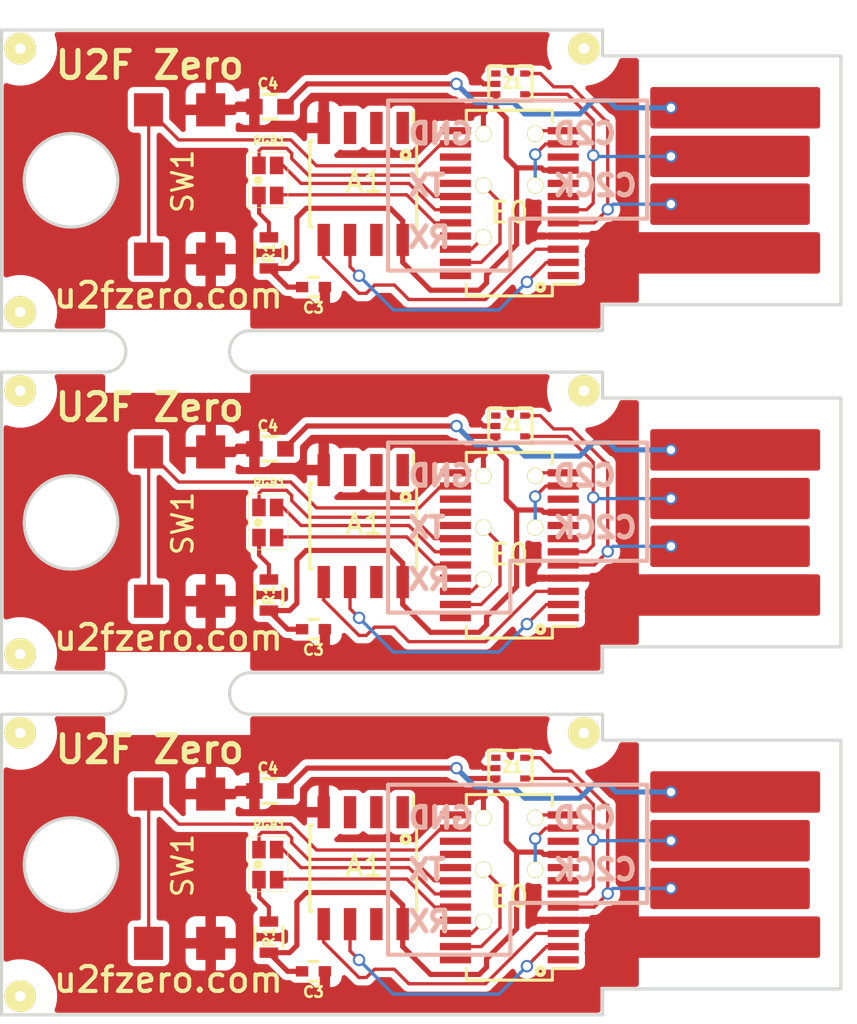
<source format=kicad_pcb>
(kicad_pcb (version 20221018) (generator pcbnew)
  (layers (0 "F.Cu" signal) (31 "B.Cu" signal) (34 "B.Paste" user) (35 "F.Paste" user) (36 "B.SilkS" user "B.Silkscreen") (37 "F.SilkS" user "F.Silkscreen") (38 "B.Mask" user) (39 "F.Mask" user) (44 "Edge.Cuts" user))
  (net 0 "")
  (net 1 "/+5V")
  (net 2 "Net-(A1-Pad7)")
  (net 3 "Net-(A1-Pad6)")
  (net 4 "Net-(A1-Pad5)")
  (net 5 "GND")
  (net 6 "Net-(A1-Pad3)")
  (net 7 "Net-(A1-Pad2)")
  (net 8 "Net-(A1-Pad1)")
  (net 9 "/HD+")
  (net 10 "/HD-")
  (net 11 "Net-(R1-Pad2)")
  (net 12 "Net-(Z1-Pad1)")
  (net 13 "/C2CK")
  (net 14 "/C2D")
  (net 15 "/RX")
  (net 16 "/TX")
  (net 17 "Net-(E0-Pad1)")
  (net 18 "Net-(E0-Pad10)")
  (net 19 "Net-(E0-Pad13)")
  (net 20 "Net-(E0-Pad15)")
  (net 21 "Net-(E0-Pad16)")
  (net 22 "Net-(E0-Pad17)")
  (net 23 "Net-(E0-Pad18)")
  (net 24 "Net-(E0-Pad19)")
  (net 25 "Net-(E0-Pad20)")
  (net 26 "Net-(E0-Pad21)")
  (net 27 "Net-(E0-Pad24)")
  (net 28 "Net-(E0-Pad7)")
  (footprint "Capacitors_SMD:C_0402" (layer "F.Cu") (at 135.05 83.4)
    (fp_text reference "C3")
    (fp_text value "0.1uF")
  )
  (footprint "Capacitors_SMD:C_0603" (layer "F.Cu") (at 132.95 74.7)
    (fp_text reference "C4")
    (fp_text value "4.7uF")
  )
  (footprint "Resistors_SMD:R_0603" (layer "F.Cu") (at 132.9 81.75 90)
    (fp_text reference "R1")
    (fp_text value "100")
  )
  (footprint "TO_SOT_Packages_SMD:SOT-553" (layer "F.Cu") (at 144.55 73.6)
    (fp_text reference "Z1")
    (fp_text value "DF5A5.6JE")
  )
  (footprint "Housings_SOIC:SOIC-8_3.9x4.9mm_Pitch1.27mm" (layer "F.Cu") (at 137.45 78.425 -90)
    (fp_text reference "A1")
    (fp_text value "ATECC508A")
  )
  (footprint "footprints:debug" (layer "F.Cu") (at 145.75 78.5)
    (fp_text reference "C2CK1" hide)
    (fp_text value "debug-pin")
  )
  (footprint "footprints:debug" (layer "F.Cu") (at 145.75 76)
    (fp_text reference "C2D1" hide)
    (fp_text value "debug-pin")
  )
  (footprint "footprints:debug" (layer "F.Cu") (at 143.25 81)
    (fp_text reference "RX1" hide)
    (fp_text value "debug-pin")
  )
  (footprint "footprints:debug" (layer "F.Cu") (at 143.25 78.5)
    (fp_text reference "TX1" hide)
    (fp_text value "debug-pin")
  )
  (footprint "footprints:debug" (layer "F.Cu") (at 143.25 76)
    (fp_text reference "GND1" hide)
    (fp_text value "debug-pin")
  )
  (footprint "footprints:QSOP-24_3.9x8.7mm_Pitch0.635mm_fat" (layer "F.Cu") (at 144.5 79.35 180)
    (fp_text reference "E0")
    (fp_text value "EFM8UB1_24pin")
  )
  (footprint "footprints:u2f-button" (layer "F.Cu") (at 128.65 78.45 90)
    (fp_text reference "SW1")
    (fp_text value "SW_PUSH")
  )
  (footprint "footprints:LED-0606" (layer "F.Cu") (at 132.85 78.25)
    (fp_text reference "RGB1")
    (fp_text value "CA_RGB" hide)
  )
  (footprint "footprints:u2f-fiducial" (layer "F.Cu") (at 120.9 84.6)
    (fp_text reference "F1" hide)
    (fp_text value "u2f-fiducial")
  )
  (footprint "footprints:u2f-fiducial" (layer "F.Cu") (at 120.9 71.9)
    (fp_text reference "F2" hide)
    (fp_text value "u2f-fiducial")
  )
  (footprint "footprints:u2f-fiducial" (layer "F.Cu") (at 148.1 71.9)
    (fp_text reference "F3" hide)
    (fp_text value "u2f-fiducial")
  )
  (footprint "footprints:mousebites" (layer "F.Cu") (at 128.5 85.25)
    (fp_text reference "REF**" hide)
    (fp_text value "mousebites")
  )
  (footprint "footprints:mousebites" (layer "F.Cu") (at 128.5 87.75)
    (fp_text reference "REF**" hide)
    (fp_text value "mousebites")
  )
  (footprint "footprints:mousebites" (layer "F.Cu") (at 128.5 104.25)
    (fp_text reference "REF**" hide)
    (fp_text value "mousebites")
  )
  (footprint "footprints:LED-0606" (layer "F.Cu") (at 132.85 94.75)
    (fp_text reference "RGB1")
    (fp_text value "CA_RGB" hide)
  )
  (footprint "Capacitors_SMD:C_0402" (layer "F.Cu") (at 135.05 99.9)
    (fp_text reference "C3")
    (fp_text value "0.1uF")
  )
  (footprint "Resistors_SMD:R_0603" (layer "F.Cu") (at 132.9 98.25 90)
    (fp_text reference "R1")
    (fp_text value "100")
  )
  (footprint "footprints:mousebites" (layer "F.Cu") (at 128.5 101.75)
    (fp_text reference "REF**" hide)
    (fp_text value "mousebites")
  )
  (footprint "footprints:debug" (layer "F.Cu") (at 145.75 92.5)
    (fp_text reference "C2D1" hide)
    (fp_text value "debug-pin")
  )
  (footprint "footprints:debug" (layer "F.Cu") (at 145.75 95)
    (fp_text reference "C2CK1" hide)
    (fp_text value "debug-pin")
  )
  (footprint "TO_SOT_Packages_SMD:SOT-553" (layer "F.Cu") (at 144.55 90.1)
    (fp_text reference "Z1")
    (fp_text value "DF5A5.6JE")
  )
  (footprint "footprints:debug" (layer "F.Cu") (at 143.25 95)
    (fp_text reference "TX1" hide)
    (fp_text value "debug-pin")
  )
  (footprint "footprints:u2f-fiducial" (layer "F.Cu") (at 148.1 88.4)
    (fp_text reference "F3" hide)
    (fp_text value "u2f-fiducial")
  )
  (footprint "footprints:u2f-fiducial" (layer "F.Cu") (at 120.9 88.4)
    (fp_text reference "F2" hide)
    (fp_text value "u2f-fiducial")
  )
  (footprint "footprints:u2f-fiducial" (layer "F.Cu") (at 120.9 101.1)
    (fp_text reference "F1" hide)
    (fp_text value "u2f-fiducial")
  )
  (footprint "footprints:u2f-button" (layer "F.Cu") (at 128.65 94.95 90)
    (fp_text reference "SW1")
    (fp_text value "SW_PUSH")
  )
  (footprint "Capacitors_SMD:C_0603" (layer "F.Cu") (at 132.95 91.2)
    (fp_text reference "C4")
    (fp_text value "4.7uF")
  )
  (footprint "footprints:debug" (layer "F.Cu") (at 143.25 97.5)
    (fp_text reference "RX1" hide)
    (fp_text value "debug-pin")
  )
  (footprint "footprints:QSOP-24_3.9x8.7mm_Pitch0.635mm_fat" (layer "F.Cu") (at 144.5 95.85 180)
    (fp_text reference "E0")
    (fp_text value "EFM8UB1_24pin")
  )
  (footprint "footprints:debug" (layer "F.Cu") (at 143.25 92.5)
    (fp_text reference "GND1" hide)
    (fp_text value "debug-pin")
  )
  (footprint "Housings_SOIC:SOIC-8_3.9x4.9mm_Pitch1.27mm" (layer "F.Cu") (at 137.45 94.925 -90)
    (fp_text reference "A1")
    (fp_text value "ATECC508A")
  )
  (footprint "footprints:debug" (layer "F.Cu") (at 143.25 114)
    (fp_text reference "RX1" hide)
    (fp_text value "debug-pin")
  )
  (footprint "footprints:debug" (layer "F.Cu") (at 145.75 111.5)
    (fp_text reference "C2CK1" hide)
    (fp_text value "debug-pin")
  )
  (footprint "TO_SOT_Packages_SMD:SOT-553" (layer "F.Cu") (at 144.55 106.6)
    (fp_text reference "Z1")
    (fp_text value "DF5A5.6JE")
  )
  (footprint "footprints:debug" (layer "F.Cu") (at 143.25 111.5)
    (fp_text reference "TX1" hide)
    (fp_text value "debug-pin")
  )
  (footprint "footprints:u2f-fiducial" (layer "F.Cu") (at 148.1 104.9)
    (fp_text reference "F3" hide)
    (fp_text value "u2f-fiducial")
  )
  (footprint "footprints:debug" (layer "F.Cu") (at 145.75 109)
    (fp_text reference "C2D1" hide)
    (fp_text value "debug-pin")
  )
  (footprint "footprints:QSOP-24_3.9x8.7mm_Pitch0.635mm_fat" (layer "F.Cu") (at 144.5 112.35 180)
    (fp_text reference "E0")
    (fp_text value "EFM8UB1_24pin")
  )
  (footprint "footprints:debug" (layer "F.Cu") (at 143.25 109)
    (fp_text reference "GND1" hide)
    (fp_text value "debug-pin")
  )
  (footprint "footprints:u2f-button" (layer "F.Cu") (at 128.65 111.45 90)
    (fp_text reference "SW1")
    (fp_text value "SW_PUSH")
  )
  (footprint "Capacitors_SMD:C_0402" (layer "F.Cu") (at 135.05 116.4)
    (fp_text reference "C3")
    (fp_text value "0.1uF")
  )
  (footprint "footprints:LED-0606" (layer "F.Cu") (at 132.85 111.25)
    (fp_text reference "RGB1")
    (fp_text value "CA_RGB" hide)
  )
  (footprint "Resistors_SMD:R_0603" (layer "F.Cu") (at 132.9 114.75 90)
    (fp_text reference "R1")
    (fp_text value "100")
  )
  (footprint "Housings_SOIC:SOIC-8_3.9x4.9mm_Pitch1.27mm" (layer "F.Cu") (at 137.45 111.425 -90)
    (fp_text reference "A1")
    (fp_text value "ATECC508A")
  )
  (footprint "footprints:u2f-fiducial" (layer "F.Cu") (at 120.9 117.6)
    (fp_text reference "F1" hide)
    (fp_text value "u2f-fiducial")
  )
  (footprint "Capacitors_SMD:C_0603" (layer "F.Cu") (at 132.95 107.7)
    (fp_text reference "C4")
    (fp_text value "4.7uF")
  )
  (footprint "footprints:u2f-fiducial" (layer "F.Cu") (at 120.9 104.9)
    (fp_text reference "F2" hide)
    (fp_text value "u2f-fiducial")
  )
  (gr_line (start 151.15 90.9) (end 138.65 90.9) (stroke (width 0.2)) (layer "B.SilkS"))
  (gr_line (start 138.65 90.9) (end 138.65 99.1) (stroke (width 0.2)) (layer "B.SilkS"))
  (gr_line (start 138.65 99.1) (end 144.55 99.1) (stroke (width 0.2)) (layer "B.SilkS"))
  (gr_line (start 144.55 96.6) (end 144.55 99.1) (stroke (width 0.2)) (layer "B.SilkS"))
  (gr_line (start 151.15 96.6) (end 144.55 96.6) (stroke (width 0.2)) (layer "B.SilkS"))
  (gr_line (start 151.15 90.9) (end 151.15 96.6) (stroke (width 0.2)) (layer "B.SilkS"))
  (gr_line (start 151.15 107.4) (end 138.65 107.4) (stroke (width 0.2)) (layer "B.SilkS"))
  (gr_line (start 138.65 107.4) (end 138.65 115.6) (stroke (width 0.2)) (layer "B.SilkS"))
  (gr_line (start 138.65 115.6) (end 144.55 115.6) (stroke (width 0.2)) (layer "B.SilkS"))
  (gr_line (start 144.55 113.1) (end 144.55 115.6) (stroke (width 0.2)) (layer "B.SilkS"))
  (gr_line (start 151.15 113.1) (end 144.55 113.1) (stroke (width 0.2)) (layer "B.SilkS"))
  (gr_line (start 151.15 107.4) (end 151.15 113.1) (stroke (width 0.2)) (layer "B.SilkS"))
  (gr_line (start 138.65 82.6) (end 144.55 82.6) (stroke (width 0.2)) (layer "B.SilkS"))
  (gr_line (start 144.55 80.1) (end 144.55 82.6) (stroke (width 0.2)) (layer "B.SilkS"))
  (gr_line (start 151.15 74.4) (end 151.15 80.1) (stroke (width 0.2)) (layer "B.SilkS"))
  (gr_line (start 138.65 74.4) (end 138.65 82.6) (stroke (width 0.2)) (layer "B.SilkS"))
  (gr_line (start 151.15 74.4) (end 138.65 74.4) (stroke (width 0.2)) (layer "B.SilkS"))
  (gr_line (start 151.15 80.1) (end 144.55 80.1) (stroke (width 0.2)) (layer "B.SilkS"))
  (gr_circle (center 139.5 93.525) (end 139.425 93.575) (stroke (width 0.2)) (fill none) (layer "F.SilkS"))
  (gr_circle (center 146 99.9) (end 146.125 99.775) (stroke (width 0.2)) (fill none) (layer "F.SilkS"))
  (gr_circle (center 132.375 94.75) (end 132.375 94.725) (stroke (width 0.2)) (fill none) (layer "F.SilkS"))
  (gr_circle (center 146 116.4) (end 146.125 116.275) (stroke (width 0.2)) (fill none) (layer "F.SilkS"))
  (gr_circle (center 139.5 110.025) (end 139.425 110.075) (stroke (width 0.2)) (fill none) (layer "F.SilkS"))
  (gr_circle (center 132.375 111.25) (end 132.375 111.225) (stroke (width 0.2)) (fill none) (layer "F.SilkS"))
  (gr_circle (center 132.375 78.25) (end 132.375 78.225) (stroke (width 0.2)) (fill none) (layer "F.SilkS"))
  (gr_circle (center 146 83.4) (end 146.125 83.275) (stroke (width 0.2)) (fill none) (layer "F.SilkS"))
  (gr_circle (center 139.5 77.025) (end 139.425 77.075) (stroke (width 0.2)) (fill none) (layer "F.SilkS"))
  (gr_line (start 132 85.5) (end 149 85.5) (stroke (width 0.15)) (layer "Edge.Cuts"))
  (gr_circle (center 123.35 94.75) (end 125.6 94.75) (stroke (width 0.15)) (fill none) (layer "Edge.Cuts"))
  (gr_line (start 120 87.5) (end 120 102) (stroke (width 0.15)) (layer "Edge.Cuts"))
  (gr_line (start 149 88.75) (end 149 87.5) (stroke (width 0.15)) (layer "Edge.Cuts"))
  (gr_line (start 120 102) (end 125 102) (stroke (width 0.15)) (layer "Edge.Cuts"))
  (gr_line (start 132 102) (end 149 102) (stroke (width 0.15)) (layer "Edge.Cuts"))
  (gr_arc (start 125 102) (mid 126 103) (end 125 104) (stroke (width 0.15)) (layer "Edge.Cuts"))
  (gr_line (start 149 102) (end 149 100.75) (stroke (width 0.15)) (layer "Edge.Cuts"))
  (gr_arc (start 132 104) (mid 131 103) (end 132 102) (stroke (width 0.15)) (layer "Edge.Cuts"))
  (gr_line (start 160.5 100.75) (end 149 100.75) (stroke (width 0.15)) (layer "Edge.Cuts"))
  (gr_line (start 160.5 88.75) (end 149 88.75) (stroke (width 0.15)) (layer "Edge.Cuts"))
  (gr_line (start 160.5 100.75) (end 160.5 88.75) (stroke (width 0.15)) (layer "Edge.Cuts"))
  (gr_line (start 120 87.5) (end 125 87.5) (stroke (width 0.15)) (layer "Edge.Cuts"))
  (gr_line (start 132 87.5) (end 149 87.5) (stroke (width 0.15)) (layer "Edge.Cuts"))
  (gr_line (start 160.5 105.25) (end 149 105.25) (stroke (width 0.15)) (layer "Edge.Cuts"))
  (gr_line (start 149 105.25) (end 149 104) (stroke (width 0.15)) (layer "Edge.Cuts"))
  (gr_line (start 160.5 117.25) (end 149 117.25) (stroke (width 0.15)) (layer "Edge.Cuts"))
  (gr_line (start 160.5 117.25) (end 160.5 105.25) (stroke (width 0.15)) (layer "Edge.Cuts"))
  (gr_circle (center 123.35 111.25) (end 125.6 111.25) (stroke (width 0.15)) (fill none) (layer "Edge.Cuts"))
  (gr_line (start 120 104) (end 120 118.5) (stroke (width 0.15)) (layer "Edge.Cuts"))
  (gr_line (start 120 118.5) (end 149 118.5) (stroke (width 0.15)) (layer "Edge.Cuts"))
  (gr_line (start 120 104) (end 125 104) (stroke (width 0.15)) (layer "Edge.Cuts"))
  (gr_line (start 149 118.5) (end 149 117.25) (stroke (width 0.15)) (layer "Edge.Cuts"))
  (gr_line (start 132 104) (end 149 104) (stroke (width 0.15)) (layer "Edge.Cuts"))
  (gr_circle (center 123.35 78.25) (end 125.6 78.25) (stroke (width 0.15)) (fill none) (layer "Edge.Cuts"))
  (gr_line (start 160.5 84.25) (end 160.5 72.25) (stroke (width 0.15)) (layer "Edge.Cuts"))
  (gr_arc (start 132 87.5) (mid 131 86.5) (end 132 85.5) (stroke (width 0.15)) (layer "Edge.Cuts"))
  (gr_line (start 149 72.25) (end 149 71) (stroke (width 0.15)) (layer "Edge.Cuts"))
  (gr_line (start 120 71) (end 120 85.5) (stroke (width 0.15)) (layer "Edge.Cuts"))
  (gr_line (start 149 71) (end 120 71) (stroke (width 0.15)) (layer "Edge.Cuts"))
  (gr_line (start 149 85.5) (end 149 84.25) (stroke (width 0.15)) (layer "Edge.Cuts"))
  (gr_line (start 160.5 84.25) (end 149 84.25) (stroke (width 0.15)) (layer "Edge.Cuts"))
  (gr_arc (start 125 85.5) (mid 126 86.5) (end 125 87.5) (stroke (width 0.15)) (layer "Edge.Cuts"))
  (gr_line (start 160.5 72.25) (end 149 72.25) (stroke (width 0.15)) (layer "Edge.Cuts"))
  (gr_line (start 120 85.5) (end 125 85.5) (stroke (width 0.15)) (layer "Edge.Cuts"))
  (gr_text "TX" (at 139.5 78.5) (layer "B.SilkS") (effects (font (size 1 1) (thickness 0.25)) (justify right mirror)))
  (gr_text "RX" (at 139.5 81) (layer "B.SilkS") (effects (font (size 1 1) (thickness 0.25)) (justify right mirror)))
  (gr_text "C2CK" (at 146.5 78.5) (layer "B.SilkS") (effects (font (size 1 1) (thickness 0.25)) (justify right mirror)))
  (gr_text "C2D" (at 146.5 76) (layer "B.SilkS") (effects (font (size 1 1) (thickness 0.25)) (justify right mirror)))
  (gr_text "GND" (at 139.5 92.5) (layer "B.SilkS") (effects (font (size 1 1) (thickness 0.25)) (justify right mirror)))
  (gr_text "TX" (at 139.5 95) (layer "B.SilkS") (effects (font (size 1 1) (thickness 0.25)) (justify right mirror)))
  (gr_text "RX" (at 139.5 97.5) (layer "B.SilkS") (effects (font (size 1 1) (thickness 0.25)) (justify right mirror)))
  (gr_text "C2CK" (at 146.5 95) (layer "B.SilkS") (effects (font (size 1 1) (thickness 0.25)) (justify right mirror)))
  (gr_text "C2D" (at 146.5 92.5) (layer "B.SilkS") (effects (font (size 1 1) (thickness 0.25)) (justify right mirror)))
  (gr_text "GND" (at 139.5 109) (layer "B.SilkS") (effects (font (size 1 1) (thickness 0.25)) (justify right mirror)))
  (gr_text "TX" (at 139.5 111.5) (layer "B.SilkS") (effects (font (size 1 1) (thickness 0.25)) (justify right mirror)))
  (gr_text "RX" (at 139.5 114) (layer "B.SilkS") (effects (font (size 1 1) (thickness 0.25)) (justify right mirror)))
  (gr_text "C2CK" (at 146.5 111.5) (layer "B.SilkS") (effects (font (size 1 1) (thickness 0.25)) (justify right mirror)))
  (gr_text "C2D" (at 146.5 109) (layer "B.SilkS") (effects (font (size 1 1) (thickness 0.25)) (justify right mirror)))
  (gr_text "GND" (at 139.5 76) (layer "B.SilkS") (effects (font (size 1 1) (thickness 0.25)) (justify right mirror)))
  (gr_text "U2F Zero" (at 127.15 89.2) (layer "F.SilkS") (effects (font (size 1.3 1.3) (thickness 0.25))))
  (gr_text "u2fzero.com" (at 128.05 100.3) (layer "F.SilkS") (effects (font (size 1.2 1.2) (thickness 0.2))))
  (gr_text "u2fzero.com" (at 128.05 116.8) (layer "F.SilkS") (effects (font (size 1.2 1.2) (thickness 0.2))))
  (gr_text "U2F Zero" (at 127.15 105.7) (layer "F.SilkS") (effects (font (size 1.3 1.3) (thickness 0.25))))
  (gr_text "U2F Zero" (at 127.15 72.7) (layer "F.SilkS") (effects (font (size 1.3 1.3) (thickness 0.25))))
  (gr_text "u2fzero.com" (at 128.05 83.8) (layer "F.SilkS") (effects (font (size 1.2 1.2) (thickness 0.2))))
  (segment (start 142.45038 74.10038) (end 141.95 73.6) (width 0.25) (layer "F.Cu") (net 1))
  (segment (start 143.2 74.10038) (end 142.45038 74.10038) (width 0.25) (layer "F.Cu") (net 1))
  (segment (start 144.35 77.15) (end 144.35 75.25) (width 0.25) (layer "F.Cu") (net 1))
  (segment (start 144.35 75.25) (end 143.84896 74.74896) (width 0.25) (layer "F.Cu") (net 1))
  (segment (start 143.84896 74.74896) (end 143.84896 74.10038) (width 0.25) (layer "F.Cu") (net 1))
  (segment (start 146.1625 77.7625) (end 146.05 77.65) (width 0.25) (layer "F.Cu") (net 1))
  (segment (start 146.05 77.65) (end 144.85 77.65) (width 0.25) (layer "F.Cu") (net 1))
  (segment (start 144.85 77.65) (end 144.35 77.15) (width 0.25) (layer "F.Cu") (net 1))
  (segment (start 144.85 81.35) (end 143.4 82.8) (width 0.25) (layer "F.Cu") (net 1))
  (segment (start 142.75 83.55) (end 140.7 83.55) (width 0.25) (layer "F.Cu") (net 1))
  (segment (start 140.7 83.55) (end 139.355 82.205) (width 0.25) (layer "F.Cu") (net 1))
  (segment (start 139.355 81.125) (end 139.355 82.205) (width 0.25) (layer "F.Cu") (net 1))
  (segment (start 143.4 83.2) (end 143.05 83.55) (width 0.25) (layer "F.Cu") (net 1))
  (segment (start 143.05 83.55) (end 142.75 83.55) (width 0.25) (layer "F.Cu") (net 1))
  (segment (start 133.9 82.5) (end 134.25 82.15) (width 0.25) (layer "F.Cu") (net 1))
  (segment (start 134.25 82.15) (end 134.25 80.05) (width 0.25) (layer "F.Cu") (net 1))
  (segment (start 134.25 80.05) (end 134.7 79.6) (width 0.25) (layer "F.Cu") (net 1))
  (segment (start 134.7 79.6) (end 138.75 79.6) (width 0.25) (layer "F.Cu") (net 1))
  (segment (start 138.75 79.6) (end 139.355 80.205) (width 0.25) (layer "F.Cu") (net 1))
  (segment (start 139.355 80.205) (end 139.355 81.125) (width 0.25) (layer "F.Cu") (net 1))
  (segment (start 133.7 74.65) (end 134.75 73.6) (width 0.25) (layer "F.Cu") (net 1))
  (segment (start 134.75 73.6) (end 141.95 73.6) (width 0.25) (layer "F.Cu") (net 1))
  (segment (start 133.8 83.4) (end 132.9 82.5) (width 0.25) (layer "F.Cu") (net 1))
  (segment (start 134.75 90.1) (end 141.95 90.1) (width 0.25) (layer "F.Cu") (net 1))
  (segment (start 133.7 91.15) (end 134.75 90.1) (width 0.25) (layer "F.Cu") (net 1))
  (segment (start 134.25 96.55) (end 134.7 96.1) (width 0.25) (layer "F.Cu") (net 1))
  (segment (start 134.7 96.1) (end 138.75 96.1) (width 0.25) (layer "F.Cu") (net 1))
  (segment (start 143.4 99.7) (end 143.05 100.05) (width 0.25) (layer "F.Cu") (net 1))
  (segment (start 143.05 100.05) (end 142.75 100.05) (width 0.25) (layer "F.Cu") (net 1))
  (segment (start 142.75 100.05) (end 140.7 100.05) (width 0.25) (layer "F.Cu") (net 1))
  (segment (start 143.84896 90.60038) (end 143.2 90.60038) (width 0.25) (layer "F.Cu") (net 1))
  (segment (start 144.35 91.75) (end 143.84896 91.24896) (width 0.25) (layer "F.Cu") (net 1))
  (segment (start 143.84896 91.24896) (end 143.84896 90.60038) (width 0.25) (layer "F.Cu") (net 1))
  (segment (start 143.2 90.60038) (end 142.45038 90.60038) (width 0.25) (layer "F.Cu") (net 1))
  (segment (start 144.85 97.85) (end 143.4 99.3) (width 0.25) (layer "F.Cu") (net 1))
  (segment (start 143.4 99.3) (end 143.4 99.7) (width 0.25) (layer "F.Cu") (net 1))
  (segment (start 144.85 94.15) (end 144.35 93.65) (width 0.25) (layer "F.Cu") (net 1))
  (segment (start 144.35 93.65) (end 144.35 91.75) (width 0.25) (layer "F.Cu") (net 1))
  (segment (start 146.05 94.15) (end 144.85 94.15) (width 0.25) (layer "F.Cu") (net 1))
  (segment (start 146.1625 94.2625) (end 146.05 94.15) (width 0.25) (layer "F.Cu") (net 1))
  (segment (start 144.85 97.85) (end 144.85 94.15) (width 0.25) (layer "F.Cu") (net 1))
  (segment (start 140.7 100.05) (end 139.355 98.705) (width 0.25) (layer "F.Cu") (net 1))
  (segment (start 142.45038 90.60038) (end 141.95 90.1) (width 0.25) (layer "F.Cu") (net 1))
  (segment (start 147.15 94.2625) (end 146.1625 94.2625) (width 0.25) (layer "F.Cu") (net 1))
  (segment (start 133.7 91.2) (end 133.7 91.15) (width 0.25) (layer "F.Cu") (net 1))
  (segment (start 133.8 99.9) (end 132.9 99) (width 0.25) (layer "F.Cu") (net 1))
  (segment (start 134.5 99.9) (end 133.8 99.9) (width 0.25) (layer "F.Cu") (net 1))
  (segment (start 134.25 98.65) (end 134.25 96.55) (width 0.25) (layer "F.Cu") (net 1))
  (segment (start 132.9 99) (end 133.9 99) (width 0.25) (layer "F.Cu") (net 1))
  (segment (start 133.9 99) (end 134.25 98.65) (width 0.25) (layer "F.Cu") (net 1))
  (segment (start 138.75 96.1) (end 139.355 96.705) (width 0.25) (layer "F.Cu") (net 1))
  (segment (start 139.355 96.705) (end 139.355 97.625) (width 0.25) (layer "F.Cu") (net 1))
  (segment (start 139.355 97.625) (end 139.355 98.705) (width 0.25) (layer "F.Cu") (net 1))
  (segment (start 143.05 116.55) (end 142.75 116.55) (width 0.25) (layer "F.Cu") (net 1))
  (segment (start 143.4 115.8) (end 143.4 116.2) (width 0.25) (layer "F.Cu") (net 1))
  (segment (start 142.75 116.55) (end 140.7 116.55) (width 0.25) (layer "F.Cu") (net 1))
  (segment (start 143.4 116.2) (end 143.05 116.55) (width 0.25) (layer "F.Cu") (net 1))
  (segment (start 144.85 114.35) (end 143.4 115.8) (width 0.25) (layer "F.Cu") (net 1))
  (segment (start 144.85 110.65) (end 144.35 110.15) (width 0.25) (layer "F.Cu") (net 1))
  (segment (start 146.05 110.65) (end 144.85 110.65) (width 0.25) (layer "F.Cu") (net 1))
  (segment (start 146.1625 110.7625) (end 146.05 110.65) (width 0.25) (layer "F.Cu") (net 1))
  (segment (start 144.85 114.35) (end 144.85 110.65) (width 0.25) (layer "F.Cu") (net 1))
  (segment (start 133.9 115.5) (end 134.25 115.15) (width 0.25) (layer "F.Cu") (net 1))
  (segment (start 132.9 115.5) (end 133.9 115.5) (width 0.25) (layer "F.Cu") (net 1))
  (segment (start 134.5 116.4) (end 133.8 116.4) (width 0.25) (layer "F.Cu") (net 1))
  (segment (start 134.25 115.15) (end 134.25 113.05) (width 0.25) (layer "F.Cu") (net 1))
  (segment (start 133.8 116.4) (end 132.9 115.5) (width 0.25) (layer "F.Cu") (net 1))
  (segment (start 140.7 116.55) (end 139.355 115.205) (width 0.25) (layer "F.Cu") (net 1))
  (segment (start 139.355 114.125) (end 139.355 115.205) (width 0.25) (layer "F.Cu") (net 1))
  (segment (start 139.355 113.205) (end 139.355 114.125) (width 0.25) (layer "F.Cu") (net 1))
  (segment (start 138.75 112.6) (end 139.355 113.205) (width 0.25) (layer "F.Cu") (net 1))
  (segment (start 134.25 113.05) (end 134.7 112.6) (width 0.25) (layer "F.Cu") (net 1))
  (segment (start 134.7 112.6) (end 138.75 112.6) (width 0.25) (layer "F.Cu") (net 1))
  (segment (start 144.35 108.25) (end 143.84896 107.74896) (width 0.25) (layer "F.Cu") (net 1))
  (segment (start 143.84896 107.10038) (end 143.2 107.10038) (width 0.25) (layer "F.Cu") (net 1))
  (segment (start 143.84896 107.74896) (end 143.84896 107.10038) (width 0.25) (layer "F.Cu") (net 1))
  (segment (start 144.35 110.15) (end 144.35 108.25) (width 0.25) (layer "F.Cu") (net 1))
  (segment (start 147.15 110.7625) (end 146.1625 110.7625) (width 0.25) (layer "F.Cu") (net 1))
  (segment (start 134.75 106.6) (end 141.95 106.6) (width 0.25) (layer "F.Cu") (net 1))
  (segment (start 142.45038 107.10038) (end 141.95 106.6) (width 0.25) (layer "F.Cu") (net 1))
  (segment (start 143.2 107.10038) (end 142.45038 107.10038) (width 0.25) (layer "F.Cu") (net 1))
  (segment (start 133.7 107.7) (end 133.7 107.65) (width 0.25) (layer "F.Cu") (net 1))
  (segment (start 133.7 107.65) (end 134.75 106.6) (width 0.25) (layer "F.Cu") (net 1))
  (segment (start 133.7 74.7) (end 133.7 74.65) (width 0.25) (layer "F.Cu") (net 1))
  (segment (start 143.84896 74.10038) (end 143.2 74.10038) (width 0.25) (layer "F.Cu") (net 1))
  (segment (start 144.85 81.35) (end 144.85 77.65) (width 0.25) (layer "F.Cu") (net 1))
  (segment (start 132.9 82.5) (end 133.9 82.5) (width 0.25) (layer "F.Cu") (net 1))
  (segment (start 147.15 77.7625) (end 146.1625 77.7625) (width 0.25) (layer "F.Cu") (net 1))
  (segment (start 134.5 83.4) (end 133.8 83.4) (width 0.25) (layer "F.Cu") (net 1))
  (segment (start 143.4 82.8) (end 143.4 83.2) (width 0.25) (layer "F.Cu") (net 1))
  (via (at 152.3 91.25) (size 0.6) (drill 0.4) (layers "F.Cu" "B.Cu") (net 1))
  (via (at 141.95 90.1) (size 0.6) (drill 0.4) (layers "F.Cu" "B.Cu") (net 1))
  (via (at 152.3 107.75) (size 0.6) (drill 0.4) (layers "F.Cu" "B.Cu") (net 1))
  (via (at 141.95 106.6) (size 0.6) (drill 0.4) (layers "F.Cu" "B.Cu") (net 1))
  (via (at 141.95 73.6) (size 0.6) (drill 0.4) (layers "F.Cu" "B.Cu") (net 1))
  (via (at 152.3 74.75) (size 0.6) (drill 0.4) (layers "F.Cu" "B.Cu") (net 1))
  (segment (start 152.3 74.75) (end 150.075 74.75) (width 0.25) (layer "B.Cu") (net 1))
  (segment (start 150.075 74.75) (end 150.05 74.75) (width 0.25) (layer "B.Cu") (net 1))
  (segment (start 149.65 74.75) (end 149.3 74.4) (width 0.25) (layer "B.Cu") (net 1))
  (segment (start 149.3 74.4) (end 148.55 74.4) (width 0.25) (layer "B.Cu") (net 1))
  (segment (start 148.55 74.4) (end 147.9 75.05) (width 0.25) (layer "B.Cu") (net 1))
  (segment (start 147.9 75.05) (end 145.25 75.05) (width 0.25) (layer "B.Cu") (net 1))
  (segment (start 145.25 75.05) (end 144.7 74.5) (width 0.25) (layer "B.Cu") (net 1))
  (segment (start 144.7 74.5) (end 142.85 74.5) (width 0.25) (layer "B.Cu") (net 1))
  (segment (start 142.85 74.5) (end 141.95 73.6) (width 0.25) (layer "B.Cu") (net 1))
  (segment (start 142.85 91) (end 141.95 90.1) (width 0.25) (layer "B.Cu") (net 1))
  (segment (start 145.25 91.55) (end 144.7 91) (width 0.25) (layer "B.Cu") (net 1))
  (segment (start 144.7 91) (end 142.85 91) (width 0.25) (layer "B.Cu") (net 1))
  (segment (start 152.3 91.25) (end 150.075 91.25) (width 0.25) (layer "B.Cu") (net 1))
  (segment (start 147.9 91.55) (end 145.25 91.55) (width 0.25) (layer "B.Cu") (net 1))
  (segment (start 149.65 91.25) (end 149.3 90.9) (width 0.25) (layer "B.Cu") (net 1))
  (segment (start 150.075 91.25) (end 149.65 91.25) (width 0.25) (layer "B.Cu") (net 1))
  (segment (start 148.55 90.9) (end 147.9 91.55) (width 0.25) (layer "B.Cu") (net 1))
  (segment (start 149.3 90.9) (end 148.55 90.9) (width 0.25) (layer "B.Cu") (net 1))
  (segment (start 150.075 91.25) (end 150.05 91.25) (width 0.25) (layer "B.Cu") (net 1))
  (segment (start 150.075 107.75) (end 149.65 107.75) (width 0.25) (layer "B.Cu") (net 1))
  (segment (start 152.3 107.75) (end 150.075 107.75) (width 0.25) (layer "B.Cu") (net 1))
  (segment (start 145.25 108.05) (end 144.7 107.5) (width 0.25) (layer "B.Cu") (net 1))
  (segment (start 144.7 107.5) (end 142.85 107.5) (width 0.25) (layer "B.Cu") (net 1))
  (segment (start 142.85 107.5) (end 141.95 106.6) (width 0.25) (layer "B.Cu") (net 1))
  (segment (start 150.075 107.75) (end 150.05 107.75) (width 0.25) (layer "B.Cu") (net 1))
  (segment (start 147.9 108.05) (end 145.25 108.05) (width 0.25) (layer "B.Cu") (net 1))
  (segment (start 148.55 107.4) (end 147.9 108.05) (width 0.25) (layer "B.Cu") (net 1))
  (segment (start 149.3 107.4) (end 148.55 107.4) (width 0.25) (layer "B.Cu") (net 1))
  (segment (start 149.65 107.75) (end 149.3 107.4) (width 0.25) (layer "B.Cu") (net 1))
  (segment (start 150.075 74.75) (end 149.65 74.75) (width 0.25) (layer "B.Cu") (net 1))
  (segment (start 146.2925 82.2075) (end 145.35 83.15) (width 0.16) (layer "F.Cu") (net 3))
  (segment (start 137.25 82.85) (end 136.815 82.415) (width 0.16) (layer "F.Cu") (net 3))
  (segment (start 136.815 82.415) (end 136.815 81.125) (width 0.16) (layer "F.Cu") (net 3))
  (segment (start 147.1 98.7075) (end 146.2925 98.7075) (width 0.16) (layer "F.Cu") (net 3))
  (segment (start 146.2925 98.7075) (end 145.35 99.65) (width 0.16) (layer "F.Cu") (net 3))
  (segment (start 136.815 98.915) (end 136.815 97.625) (width 0.16) (layer "F.Cu") (net 3))
  (segment (start 137.25 99.35) (end 136.815 98.915) (width 0.16) (layer "F.Cu") (net 3))
  (segment (start 147.1 115.2075) (end 146.2925 115.2075) (width 0.16) (layer "F.Cu") (net 3))
  (segment (start 146.2925 115.2075) (end 145.35 116.15) (width 0.16) (layer "F.Cu") (net 3))
  (segment (start 136.815 115.415) (end 136.815 114.125) (width 0.16) (layer "F.Cu") (net 3))
  (segment (start 137.25 115.85) (end 136.815 115.415) (width 0.16) (layer "F.Cu") (net 3))
  (segment (start 147.1 82.2075) (end 146.2925 82.2075) (width 0.16) (layer "F.Cu") (net 3))
  (via (at 137.25 99.35) (size 0.6) (drill 0.4) (layers "F.Cu" "B.Cu") (net 3))
  (via (at 145.35 99.65) (size 0.6) (drill 0.4) (layers "F.Cu" "B.Cu") (net 3))
  (via (at 145.35 116.15) (size 0.6) (drill 0.4) (layers "F.Cu" "B.Cu") (net 3))
  (via (at 137.25 115.85) (size 0.6) (drill 0.4) (layers "F.Cu" "B.Cu") (net 3))
  (via (at 145.35 83.15) (size 0.6) (drill 0.4) (layers "F.Cu" "B.Cu") (net 3))
  (via (at 137.25 82.85) (size 0.6) (drill 0.4) (layers "F.Cu" "B.Cu") (net 3))
  (segment (start 145.35 83.15) (end 144 84.5) (width 0.16) (layer "B.Cu") (net 3))
  (segment (start 144 84.5) (end 138.9 84.5) (width 0.16) (layer "B.Cu") (net 3))
  (segment (start 138.9 84.5) (end 137.25 82.85) (width 0.16) (layer "B.Cu") (net 3))
  (segment (start 138.9 101) (end 137.25 99.35) (width 0.16) (layer "B.Cu") (net 3))
  (segment (start 145.35 99.65) (end 144 101) (width 0.16) (layer "B.Cu") (net 3))
  (segment (start 144 101) (end 138.9 101) (width 0.16) (layer "B.Cu") (net 3))
  (segment (start 144 117.5) (end 138.9 117.5) (width 0.16) (layer "B.Cu") (net 3))
  (segment (start 138.9 117.5) (end 137.25 115.85) (width 0.16) (layer "B.Cu") (net 3))
  (segment (start 145.35 116.15) (end 144 117.5) (width 0.16) (layer "B.Cu") (net 3))
  (segment (start 145.7775 81.5725) (end 143.35 84) (width 0.16) (layer "F.Cu") (net 4))
  (segment (start 135.545 81.125) (end 135.545 81.995) (width 0.16) (layer "F.Cu") (net 4))
  (segment (start 139.65 84) (end 138.95 83.3) (width 0.16) (layer "F.Cu") (net 4))
  (segment (start 138.95 83.3) (end 138 83.3) (width 0.16) (layer "F.Cu") (net 4))
  (segment (start 138 83.3) (end 137.6 83.7) (width 0.16) (layer "F.Cu") (net 4))
  (segment (start 137.6 83.7) (end 137.25 83.7) (width 0.16) (layer "F.Cu") (net 4))
  (segment (start 137.25 83.7) (end 135.545 81.995) (width 0.16) (layer "F.Cu") (net 4))
  (segment (start 135.545 81.995) (end 135.545 81.125) (width 0.16) (layer "F.Cu") (net 4))
  (segment (start 137.6 100.2) (end 137.25 100.2) (width 0.16) (layer "F.Cu") (net 4))
  (segment (start 137.25 100.2) (end 135.545 98.495) (width 0.16) (layer "F.Cu") (net 4))
  (segment (start 138 99.8) (end 137.6 100.2) (width 0.16) (layer "F.Cu") (net 4))
  (segment (start 139.65 100.5) (end 138.95 99.8) (width 0.16) (layer "F.Cu") (net 4))
  (segment (start 147.1 98.0725) (end 145.7775 98.0725) (width 0.16) (layer "F.Cu") (net 4))
  (segment (start 143.35 100.5) (end 139.65 100.5) (width 0.16) (layer "F.Cu") (net 4))
  (segment (start 145.7775 98.0725) (end 143.35 100.5) (width 0.16) (layer "F.Cu") (net 4))
  (segment (start 135.545 97.625) (end 135.545 98.495) (width 0.16) (layer "F.Cu") (net 4))
  (segment (start 135.545 98.495) (end 135.545 97.625) (width 0.16) (layer "F.Cu") (net 4))
  (segment (start 138.95 99.8) (end 138 99.8) (width 0.16) (layer "F.Cu") (net 4))
  (segment (start 143.35 117) (end 139.65 117) (width 0.16) (layer "F.Cu") (net 4))
  (segment (start 147.1 114.5725) (end 145.7775 114.5725) (width 0.16) (layer "F.Cu") (net 4))
  (segment (start 145.7775 114.5725) (end 143.35 117) (width 0.16) (layer "F.Cu") (net 4))
  (segment (start 138.95 116.3) (end 138 116.3) (width 0.16) (layer "F.Cu") (net 4))
  (segment (start 139.65 117) (end 138.95 116.3) (width 0.16) (layer "F.Cu") (net 4))
  (segment (start 135.545 114.995) (end 135.545 114.125) (width 0.16) (layer "F.Cu") (net 4))
  (segment (start 137.6 116.7) (end 137.25 116.7) (width 0.16) (layer "F.Cu") (net 4))
  (segment (start 138 116.3) (end 137.6 116.7) (width 0.16) (layer "F.Cu") (net 4))
  (segment (start 137.25 116.7) (end 135.545 114.995) (width 0.16) (layer "F.Cu") (net 4))
  (segment (start 135.545 114.125) (end 135.545 114.995) (width 0.16) (layer "F.Cu") (net 4))
  (segment (start 143.35 84) (end 139.65 84) (width 0.16) (layer "F.Cu") (net 4))
  (segment (start 147.1 81.5725) (end 145.7775 81.5725) (width 0.16) (layer "F.Cu") (net 4))
  (segment (start 149.7875 80.9375) (end 150.6 81.75) (width 0.2) (layer "F.Cu") (net 5))
  (segment (start 150.6 81.75) (end 152.1 81.75) (width 0.2) (layer "F.Cu") (net 5))
  (segment (start 143.25 73.6) (end 142.95 73.3) (width 0.25) (layer "F.Cu") (net 5))
  (segment (start 143.25 74.9) (end 143.15 74.8) (width 0.25) (layer "F.Cu") (net 5))
  (segment (start 143.25 74.9) (end 143.15 74.8) (width 0.25) (layer "F.Cu") (net 5))
  (segment (start 150.6 98.25) (end 152.1 98.25) (width 0.2) (layer "F.Cu") (net 5))
  (segment (start 147.15 97.4375) (end 149.7875 97.4375) (width 0.2) (layer "F.Cu") (net 5))
  (segment (start 149.7875 97.4375) (end 150.6 98.25) (width 0.2) (layer "F.Cu") (net 5))
  (segment (start 143.84896 90.1) (end 143.25 90.1) (width 0.25) (layer "F.Cu") (net 5))
  (segment (start 143.25 91.4) (end 143.15 91.3) (width 0.25) (layer "F.Cu") (net 5))
  (segment (start 143.25 92.5) (end 143.25 91.4) (width 0.25) (layer "F.Cu") (net 5))
  (segment (start 143.25 91.4) (end 143.15 91.3) (width 0.25) (layer "F.Cu") (net 5))
  (segment (start 143.25 90.1) (end 142.95 89.8) (width 0.25) (layer "F.Cu") (net 5))
  (segment (start 143.25 109) (end 143.25 107.9) (width 0.25) (layer "F.Cu") (net 5))
  (segment (start 143.25 107.9) (end 143.15 107.8) (width 0.25) (layer "F.Cu") (net 5))
  (segment (start 143.25 107.9) (end 143.15 107.8) (width 0.25) (layer "F.Cu") (net 5))
  (segment (start 143.84896 106.6) (end 143.25 106.6) (width 0.25) (layer "F.Cu") (net 5))
  (segment (start 147.15 113.9375) (end 149.7875 113.9375) (width 0.2) (layer "F.Cu") (net 5))
  (segment (start 143.25 106.6) (end 142.95 106.3) (width 0.25) (layer "F.Cu") (net 5))
  (segment (start 150.6 114.75) (end 152.1 114.75) (width 0.2) (layer "F.Cu") (net 5))
  (segment (start 149.7875 113.9375) (end 150.6 114.75) (width 0.2) (layer "F.Cu") (net 5))
  (segment (start 143.84896 73.6) (end 143.25 73.6) (width 0.25) (layer "F.Cu") (net 5))
  (segment (start 147.15 80.9375) (end 149.7875 80.9375) (width 0.2) (layer "F.Cu") (net 5))
  (segment (start 143.25 76) (end 143.25 74.9) (width 0.25) (layer "F.Cu") (net 5))
  (segment (start 148.5975 80.3025) (end 149.25 79.65) (width 0.16) (layer "F.Cu") (net 9))
  (segment (start 149.25 79.65) (end 149.25 79.35) (width 0.16) (layer "F.Cu") (net 9))
  (segment (start 149.25 79.35) (end 149.25 75.8) (width 0.16) (layer "F.Cu") (net 9))
  (segment (start 149.25 75.8) (end 149.25 75.79858) (width 0.16) (layer "F.Cu") (net 9))
  (segment (start 149.175 75.4) (end 147.515378 73.740378) (width 0.16) (layer "F.Cu") (net 9))
  (segment (start 147.515378 73.740378) (end 146.640378 73.740378) (width 0.16) (layer "F.Cu") (net 9))
  (segment (start 146.640378 73.740378) (end 145.99962 73.09962) (width 0.16) (layer "F.Cu") (net 9))
  (segment (start 145.99962 73.09962) (end 145.25104 73.09962) (width 0.16) (layer "F.Cu") (net 9))
  (segment (start 145.99962 89.59962) (end 145.25104 89.59962) (width 0.16) (layer "F.Cu") (net 9))
  (segment (start 146.640378 90.240378) (end 145.99962 89.59962) (width 0.16) (layer "F.Cu") (net 9))
  (segment (start 149.175 91.9) (end 147.515378 90.240378) (width 0.16) (layer "F.Cu") (net 9))
  (segment (start 149.25 91.9) (end 149.175 91.9) (width 0.16) (layer "F.Cu") (net 9))
  (segment (start 149.25 92.3) (end 149.25 91.9) (width 0.16) (layer "F.Cu") (net 9))
  (segment (start 149.25 92.3) (end 149.25 92.29858) (width 0.16) (layer "F.Cu") (net 9))
  (segment (start 147.515378 90.240378) (end 146.640378 90.240378) (width 0.16) (layer "F.Cu") (net 9))
  (segment (start 149.25 96.15) (end 149.25 95.85) (width 0.16) (layer "F.Cu") (net 9))
  (segment (start 148.5975 96.8025) (end 149.25 96.15) (width 0.16) (layer "F.Cu") (net 9))
  (segment (start 147.15 96.8025) (end 148.5975 96.8025) (width 0.16) (layer "F.Cu") (net 9))
  (segment (start 149.25 95.85) (end 149.25 92.3) (width 0.16) (layer "F.Cu") (net 9))
  (segment (start 149.25 112.35) (end 149.25 108.8) (width 0.16) (layer "F.Cu") (net 9))
  (segment (start 149.25 108.4) (end 149.175 108.4) (width 0.16) (layer "F.Cu") (net 9))
  (segment (start 149.175 108.4) (end 147.515378 106.740378) (width 0.16) (layer "F.Cu") (net 9))
  (segment (start 149.25 108.8) (end 149.25 108.4) (width 0.16) (layer "F.Cu") (net 9))
  (segment (start 149.25 108.8) (end 149.25 108.79858) (width 0.16) (layer "F.Cu") (net 9))
  (segment (start 149.25 112.65) (end 149.25 112.35) (width 0.16) (layer "F.Cu") (net 9))
  (segment (start 148.5975 113.3025) (end 149.25 112.65) (width 0.16) (layer "F.Cu") (net 9))
  (segment (start 147.15 113.3025) (end 148.5975 113.3025) (width 0.16) (layer "F.Cu") (net 9))
  (segment (start 146.640378 106.740378) (end 145.99962 106.09962) (width 0.16) (layer "F.Cu") (net 9))
  (segment (start 145.99962 106.09962) (end 145.25104 106.09962) (width 0.16) (layer "F.Cu") (net 9))
  (segment (start 147.515378 106.740378) (end 146.640378 106.740378) (width 0.16) (layer "F.Cu") (net 9))
  (segment (start 149.25 75.4) (end 149.175 75.4) (width 0.16) (layer "F.Cu") (net 9))
  (segment (start 149.25 75.8) (end 149.25 75.4) (width 0.16) (layer "F.Cu") (net 9))
  (segment (start 147.15 80.3025) (end 148.5975 80.3025) (width 0.16) (layer "F.Cu") (net 9))
  (via (at 149.25 96.15) (size 0.6) (drill 0.4) (layers "F.Cu" "B.Cu") (net 9))
  (via (at 152.3 95.9) (size 0.6) (drill 0.4) (layers "F.Cu" "B.Cu") (net 9))
  (via (at 149.25 112.65) (size 0.6) (drill 0.4) (layers "F.Cu" "B.Cu") (net 9))
  (via (at 152.3 112.4) (size 0.6) (drill 0.4) (layers "F.Cu" "B.Cu") (net 9))
  (via (at 149.25 79.65) (size 0.6) (drill 0.4) (layers "F.Cu" "B.Cu") (net 9))
  (via (at 152.3 79.4) (size 0.6) (drill 0.4) (layers "F.Cu" "B.Cu") (net 9))
  (segment (start 149.5 79.4) (end 149.25 79.65) (width 0.16) (layer "B.Cu") (net 9))
  (segment (start 152.3 79.4) (end 149.5 79.4) (width 0.16) (layer "B.Cu") (net 9))
  (segment (start 152.3 95.9) (end 149.5 95.9) (width 0.16) (layer "B.Cu") (net 9))
  (segment (start 149.5 95.9) (end 149.25 96.15) (width 0.16) (layer "B.Cu") (net 9))
  (segment (start 152.3 112.4) (end 149.5 112.4) (width 0.16) (layer "B.Cu") (net 9))
  (segment (start 149.5 112.4) (end 149.25 112.65) (width 0.16) (layer "B.Cu") (net 9))
  (segment (start 148.2325 79.6675) (end 148.55 79.35) (width 0.16) (layer "F.Cu") (net 10))
  (segment (start 148.55 79.35) (end 148.55 77.05) (width 0.16) (layer "F.Cu") (net 10))
  (segment (start 148.55 75.35) (end 147.30038 74.10038) (width 0.16) (layer "F.Cu") (net 10))
  (segment (start 147.30038 74.10038) (end 145.25104 74.10038) (width 0.16) (layer "F.Cu") (net 10))
  (segment (start 147.30038 90.60038) (end 145.25104 90.60038) (width 0.16) (layer "F.Cu") (net 10))
  (segment (start 148.55 91.85) (end 147.30038 90.60038) (width 0.16) (layer "F.Cu") (net 10))
  (segment (start 148.55 92.15) (end 148.55 91.85) (width 0.16) (layer "F.Cu") (net 10))
  (segment (start 148.2325 96.1675) (end 148.55 95.85) (width 0.16) (layer "F.Cu") (net 10))
  (segment (start 147.15 96.1675) (end 148.2325 96.1675) (width 0.16) (layer "F.Cu") (net 10))
  (segment (start 148.55 95.85) (end 148.55 93.55) (width 0.16) (layer "F.Cu") (net 10))
  (segment (start 148.55 93.55) (end 148.55 92.15) (width 0.16) (layer "F.Cu") (net 10))
  (segment (start 148.55 112.35) (end 148.55 110.05) (width 0.16) (layer "F.Cu") (net 10))
  (segment (start 148.55 110.05) (end 148.55 108.65) (width 0.16) (layer "F.Cu") (net 10))
  (segment (start 148.55 108.65) (end 148.55 108.35) (width 0.16) (layer "F.Cu") (net 10))
  (segment (start 148.55 108.35) (end 147.30038 107.10038) (width 0.16) (layer "F.Cu") (net 10))
  (segment (start 147.15 112.6675) (end 148.2325 112.6675) (width 0.16) (layer "F.Cu") (net 10))
  (segment (start 148.2325 112.6675) (end 148.55 112.35) (width 0.16) (layer "F.Cu") (net 10))
  (segment (start 147.30038 107.10038) (end 145.25104 107.10038) (width 0.16) (layer "F.Cu") (net 10))
  (segment (start 148.55 77.05) (end 148.55 75.65) (width 0.16) (layer "F.Cu") (net 10))
  (segment (start 147.15 79.6675) (end 148.2325 79.6675) (width 0.16) (layer "F.Cu") (net 10))
  (segment (start 148.55 75.65) (end 148.55 75.35) (width 0.16) (layer "F.Cu") (net 10))
  (via (at 152.3 93.6) (size 0.6) (drill 0.4) (layers "F.Cu" "B.Cu") (net 10))
  (via (at 148.55 93.55) (size 0.6) (drill 0.4) (layers "F.Cu" "B.Cu") (net 10))
  (via (at 148.55 110.05) (size 0.6) (drill 0.4) (layers "F.Cu" "B.Cu") (net 10))
  (via (at 152.3 110.1) (size 0.6) (drill 0.4) (layers "F.Cu" "B.Cu") (net 10))
  (via (at 148.55 77.05) (size 0.6) (drill 0.4) (layers "F.Cu" "B.Cu") (net 10))
  (via (at 152.3 77.1) (size 0.6) (drill 0.4) (layers "F.Cu" "B.Cu") (net 10))
  (segment (start 148.55 77.05) (end 148.6 77.1) (width 0.16) (layer "B.Cu") (net 10))
  (segment (start 148.6 77.1) (end 152.3 77.1) (width 0.16) (layer "B.Cu") (net 10))
  (segment (start 148.6 93.6) (end 152.3 93.6) (width 0.16) (layer "B.Cu") (net 10))
  (segment (start 148.55 93.55) (end 148.6 93.6) (width 0.16) (layer "B.Cu") (net 10))
  (segment (start 148.6 110.1) (end 152.3 110.1) (width 0.16) (layer "B.Cu") (net 10))
  (segment (start 148.55 110.05) (end 148.6 110.1) (width 0.16) (layer "B.Cu") (net 10))
  (segment (start 132.9 80.3) (end 132.425 79.825) (width 0.2) (layer "F.Cu") (net 11))
  (segment (start 132.425 79.825) (end 132.425 78.95) (width 0.2) (layer "F.Cu") (net 11))
  (segment (start 132.9 96.8) (end 132.425 96.325) (width 0.2) (layer "F.Cu") (net 11))
  (segment (start 132.425 96.325) (end 132.425 95.45) (width 0.2) (layer "F.Cu") (net 11))
  (segment (start 132.9 97.5) (end 132.9 96.8) (width 0.2) (layer "F.Cu") (net 11))
  (segment (start 132.9 114) (end 132.9 113.3) (width 0.2) (layer "F.Cu") (net 11))
  (segment (start 132.9 113.3) (end 132.425 112.825) (width 0.2) (layer "F.Cu") (net 11))
  (segment (start 132.425 112.825) (end 132.425 111.95) (width 0.2) (layer "F.Cu") (net 11))
  (segment (start 132.9 81) (end 132.9 80.3) (width 0.2) (layer "F.Cu") (net 11))
  (segment (start 145.75 77) (end 146.2575 76.4925) (width 0.16) (layer "F.Cu") (net 13))
  (segment (start 146.2575 76.4925) (end 147.15 76.4925) (width 0.16) (layer "F.Cu") (net 13))
  (segment (start 146.2575 92.9925) (end 147.15 92.9925) (width 0.16) (layer "F.Cu") (net 13))
  (segment (start 145.75 93.5) (end 146.2575 92.9925) (width 0.16) (layer "F.Cu") (net 13))
  (segment (start 145.75 110) (end 146.2575 109.4925) (width 0.16) (layer "F.Cu") (net 13))
  (segment (start 146.2575 109.4925) (end 147.15 109.4925) (width 0.16) (layer "F.Cu") (net 13))
  (via (at 145.75 93.5) (size 0.6) (drill 0.4) (layers "F.Cu" "B.Cu") (net 13))
  (via (at 145.75 110) (size 0.6) (drill 0.4) (layers "F.Cu" "B.Cu") (net 13))
  (via (at 145.75 77) (size 0.6) (drill 0.4) (layers "F.Cu" "B.Cu") (net 13))
  (segment (start 145.75 95) (end 145.75 93.5) (width 0.16) (layer "B.Cu") (net 13))
  (segment (start 145.75 111.5) (end 145.75 110) (width 0.16) (layer "B.Cu") (net 13))
  (segment (start 145.75 78.5) (end 145.75 77) (width 0.16) (layer "B.Cu") (net 13))
  (segment (start 145.8925 75.8575) (end 145.75 76) (width 0.16) (layer "F.Cu") (net 14))
  (segment (start 147.15 92.3575) (end 145.8925 92.3575) (width 0.16) (layer "F.Cu") (net 14))
  (segment (start 145.8925 92.3575) (end 145.75 92.5) (width 0.16) (layer "F.Cu") (net 14))
  (segment (start 145.8925 108.8575) (end 145.75 109) (width 0.16) (layer "F.Cu") (net 14))
  (segment (start 147.15 108.8575) (end 145.8925 108.8575) (width 0.16) (layer "F.Cu") (net 14))
  (segment (start 147.15 75.8575) (end 145.8925 75.8575) (width 0.16) (layer "F.Cu") (net 14))
  (segment (start 142.6775 81.5725) (end 143.25 81) (width 0.16) (layer "F.Cu") (net 15))
  (segment (start 142.6775 98.0725) (end 143.25 97.5) (width 0.16) (layer "F.Cu") (net 15))
  (segment (start 141.95 98.0725) (end 142.6775 98.0725) (width 0.16) (layer "F.Cu") (net 15))
  (segment (start 141.95 114.5725) (end 142.6775 114.5725) (width 0.16) (layer "F.Cu") (net 15))
  (segment (start 142.6775 114.5725) (end 143.25 114) (width 0.16) (layer "F.Cu") (net 15))
  (segment (start 141.95 81.5725) (end 142.6775 81.5725) (width 0.16) (layer "F.Cu") (net 15))
  (segment (start 143.1425 82.2075) (end 144.05 81.3) (width 0.16) (layer "F.Cu") (net 16))
  (segment (start 144.05 81.3) (end 144.05 79.3) (width 0.16) (layer "F.Cu") (net 16))
  (segment (start 144.05 79.3) (end 143.25 78.5) (width 0.16) (layer "F.Cu") (net 16))
  (segment (start 141.95 98.7075) (end 143.1425 98.7075) (width 0.16) (layer "F.Cu") (net 16))
  (segment (start 141.95 98.7075) (end 142.5425 98.7075) (width 0.16) (layer "F.Cu") (net 16))
  (segment (start 143.1425 98.7075) (end 144.05 97.8) (width 0.16) (layer "F.Cu") (net 16))
  (segment (start 144.05 97.8) (end 144.05 95.8) (width 0.16) (layer "F.Cu") (net 16))
  (segment (start 144.05 95.8) (end 143.25 95) (width 0.16) (layer "F.Cu") (net 16))
  (segment (start 143.1425 115.2075) (end 144.05 114.3) (width 0.16) (layer "F.Cu") (net 16))
  (segment (start 144.05 114.3) (end 144.05 112.3) (width 0.16) (layer "F.Cu") (net 16))
  (segment (start 144.05 112.3) (end 143.25 111.5) (width 0.16) (layer "F.Cu") (net 16))
  (segment (start 141.95 115.2075) (end 143.1425 115.2075) (width 0.16) (layer "F.Cu") (net 16))
  (segment (start 141.95 115.2075) (end 142.5425 115.2075) (width 0.16) (layer "F.Cu") (net 16))
  (segment (start 141.95 82.2075) (end 143.1425 82.2075) (width 0.16) (layer "F.Cu") (net 16))
  (segment (start 141.95 82.2075) (end 142.5425 82.2075) (width 0.16) (layer "F.Cu") (net 16))
  (segment (start 141.2075 76.4925) (end 140.15 77.55) (width 0.16) (layer "F.Cu") (net 19))
  (segment (start 135.2 77.55) (end 133.95 76.3) (width 0.16) (layer "F.Cu") (net 19))
  (segment (start 133.95 76.3) (end 128.55 76.3) (width 0.16) (layer "F.Cu") (net 19))
  (segment (start 128.55 76.3) (end 127.1 74.85) (width 0.16) (layer "F.Cu") (net 19))
  (segment (start 141.2075 92.9925) (end 140.15 94.05) (width 0.16) (layer "F.Cu") (net 19))
  (segment (start 140.15 94.05) (end 135.2 94.05) (width 0.16) (layer "F.Cu") (net 19))
  (segment (start 135.2 94.05) (end 133.95 92.8) (width 0.16) (layer "F.Cu") (net 19))
  (segment (start 141.95 92.9925) (end 141.2075 92.9925) (width 0.16) (layer "F.Cu") (net 19))
  (segment (start 141.95 92.3575) (end 141.95 92.9925) (width 0.16) (layer "F.Cu") (net 19))
  (segment (start 127.1 98.55) (end 127.1 91.35) (width 0.16) (layer "F.Cu") (net 19))
  (segment (start 133.95 92.8) (end 128.55 92.8) (width 0.16) (layer "F.Cu") (net 19))
  (segment (start 128.55 92.8) (end 127.1 91.35) (width 0.16) (layer "F.Cu") (net 19))
  (segment (start 141.95 109.4925) (end 141.2075 109.4925) (width 0.16) (layer "F.Cu") (net 19))
  (segment (start 141.95 108.8575) (end 141.95 109.4925) (width 0.16) (layer "F.Cu") (net 19))
  (segment (start 141.2075 109.4925) (end 140.15 110.55) (width 0.16) (layer "F.Cu") (net 19))
  (segment (start 133.95 109.3) (end 128.55 109.3) (width 0.16) (layer "F.Cu") (net 19))
  (segment (start 140.15 110.55) (end 135.2 110.55) (width 0.16) (layer "F.Cu") (net 19))
  (segment (start 135.2 110.55) (end 133.95 109.3) (width 0.16) (layer "F.Cu") (net 19))
  (segment (start 127.1 115.05) (end 127.1 107.85) (width 0.16) (layer "F.Cu") (net 19))
  (segment (start 128.55 109.3) (end 127.1 107.85) (width 0.16) (layer "F.Cu") (net 19))
  (segment (start 141.95 76.4925) (end 141.2075 76.4925) (width 0.16) (layer "F.Cu") (net 19))
  (segment (start 127.1 82.05) (end 127.1 74.85) (width 0.16) (layer "F.Cu") (net 19))
  (segment (start 141.95 75.8575) (end 141.95 76.4925) (width 0.16) (layer "F.Cu") (net 19))
  (segment (start 140.15 77.55) (end 135.2 77.55) (width 0.16) (layer "F.Cu") (net 19))
  (segment (start 139.85 78) (end 140.8825 79.0325) (width 0.16) (layer "F.Cu") (net 23))
  (segment (start 141.95 79.0325) (end 140.8825 79.0325) (width 0.16) (layer "F.Cu") (net 23))
  (segment (start 134.8 78) (end 134 77.2) (width 0.16) (layer "F.Cu") (net 23))
  (segment (start 134 77.2) (end 134 76.95) (width 0.16) (layer "F.Cu") (net 23))
  (segment (start 134 76.95) (end 133.75 76.7) (width 0.16) (layer "F.Cu") (net 23))
  (segment (start 133.75 76.7) (end 132.55 76.7) (width 0.16) (layer "F.Cu") (net 23))
  (segment (start 132.55 76.7) (end 132.425 76.825) (width 0.16) (layer "F.Cu") (net 23))
  (segment (start 132.425 76.825) (end 132.425 77.5) (width 0.16) (layer "F.Cu") (net 23))
  (segment (start 139.85 94.5) (end 140.8825 95.5325) (width 0.16) (layer "F.Cu") (net 23))
  (segment (start 134 93.45) (end 133.75 93.2) (width 0.16) (layer "F.Cu") (net 23))
  (segment (start 134 93.7) (end 134 93.45) (width 0.16) (layer "F.Cu") (net 23))
  (segment (start 134.8 94.5) (end 134 93.7) (width 0.16) (layer "F.Cu") (net 23))
  (segment (start 139.85 94.5) (end 134.8 94.5) (width 0.16) (layer "F.Cu") (net 23))
  (segment (start 141.95 95.5325) (end 140.8825 95.5325) (width 0.16) (layer "F.Cu") (net 23))
  (segment (start 132.425 93.325) (end 132.425 94) (width 0.16) (layer "F.Cu") (net 23))
  (segment (start 132.55 93.2) (end 132.425 93.325) (width 0.16) (layer "F.Cu") (net 23))
  (segment (start 133.75 93.2) (end 132.55 93.2) (width 0.16) (layer "F.Cu") (net 23))
  (segment (start 141.95 112.0325) (end 140.8825 112.0325) (width 0.16) (layer "F.Cu") (net 23))
  (segment (start 139.85 111) (end 140.8825 112.0325) (width 0.16) (layer "F.Cu") (net 23))
  (segment (start 133.75 109.7) (end 132.55 109.7) (width 0.16) (layer "F.Cu") (net 23))
  (segment (start 132.55 109.7) (end 132.425 109.825) (width 0.16) (layer "F.Cu") (net 23))
  (segment (start 134 110.2) (end 134 109.95) (width 0.16) (layer "F.Cu") (net 23))
  (segment (start 134 109.95) (end 133.75 109.7) (width 0.16) (layer "F.Cu") (net 23))
  (segment (start 132.425 109.825) (end 132.425 110.5) (width 0.16) (layer "F.Cu") (net 23))
  (segment (start 139.85 111) (end 134.8 111) (width 0.16) (layer "F.Cu") (net 23))
  (segment (start 134.8 111) (end 134 110.2) (width 0.16) (layer "F.Cu") (net 23))
  (segment (start 139.85 78) (end 134.8 78) (width 0.16) (layer "F.Cu") (net 23))
  (segment (start 139.6 78.4) (end 139.55 78.4) (width 0.16) (layer "F.Cu") (net 24))
  (segment (start 139.65 78.4) (end 140.9175 79.6675) (width 0.16) (layer "F.Cu") (net 24))
  (segment (start 140.9175 79.6675) (end 141.95 79.6675) (width 0.16) (layer "F.Cu") (net 24))
  (segment (start 134.45 78.4) (end 133.55 77.5) (width 0.16) (layer "F.Cu") (net 24))
  (segment (start 133.55 77.5) (end 133.275 77.5) (width 0.16) (layer "F.Cu") (net 24))
  (segment (start 139.65 94.9) (end 140.9175 96.1675) (width 0.16) (layer "F.Cu") (net 24))
  (segment (start 139.6 94.9) (end 134.45 94.9) (width 0.16) (layer "F.Cu") (net 24))
  (segment (start 139.6 94.9) (end 139.55 94.9) (width 0.16) (layer "F.Cu") (net 24))
  (segment (start 139.6 94.9) (end 139.65 94.9) (width 0.16) (layer "F.Cu") (net 24))
  (segment (start 134.45 94.9) (end 133.55 94) (width 0.16) (layer "F.Cu") (net 24))
  (segment (start 140.9175 96.1675) (end 141.95 96.1675) (width 0.16) (layer "F.Cu") (net 24))
  (segment (start 133.55 94) (end 133.275 94) (width 0.16) (layer "F.Cu") (net 24))
  (segment (start 140.9175 112.6675) (end 141.95 112.6675) (width 0.16) (layer "F.Cu") (net 24))
  (segment (start 139.65 111.4) (end 140.9175 112.6675) (width 0.16) (layer "F.Cu") (net 24))
  (segment (start 139.6 111.4) (end 139.55 111.4) (width 0.16) (layer "F.Cu") (net 24))
  (segment (start 139.6 111.4) (end 139.65 111.4) (width 0.16) (layer "F.Cu") (net 24))
  (segment (start 133.55 110.5) (end 133.275 110.5) (width 0.16) (layer "F.Cu") (net 24))
  (segment (start 139.6 111.4) (end 134.45 111.4) (width 0.16) (layer "F.Cu") (net 24))
  (segment (start 134.45 111.4) (end 133.55 110.5) (width 0.16) (layer "F.Cu") (net 24))
  (segment (start 139.6 78.4) (end 139.65 78.4) (width 0.16) (layer "F.Cu") (net 24))
  (segment (start 139.6 78.4) (end 134.45 78.4) (width 0.16) (layer "F.Cu") (net 24))
  (segment (start 139.5 78.95) (end 139.45 78.95) (width 0.16) (layer "F.Cu") (net 25))
  (segment (start 133.275 78.95) (end 139.45 78.95) (width 0.16) (layer "F.Cu") (net 25))
  (segment (start 139.55 78.95) (end 140.9025 80.3025) (width 0.16) (layer "F.Cu") (net 25))
  (segment (start 140.9025 80.3025) (end 141.95 80.3025) (width 0.16) (layer "F.Cu") (net 25))
  (segment (start 139.55 95.45) (end 140.9025 96.8025) (width 0.16) (layer "F.Cu") (net 25))
  (segment (start 133.275 95.45) (end 139.45 95.45) (width 0.16) (layer "F.Cu") (net 25))
  (segment (start 139.5 95.45) (end 139.55 95.45) (width 0.16) (layer "F.Cu") (net 25))
  (segment (start 139.5 95.45) (end 139.45 95.45) (width 0.16) (layer "F.Cu") (net 25))
  (segment (start 140.9025 96.8025) (end 141.95 96.8025) (width 0.16) (layer "F.Cu") (net 25))
  (segment (start 140.9025 113.3025) (end 141.95 113.3025) (width 0.16) (layer "F.Cu") (net 25))
  (segment (start 139.55 111.95) (end 140.9025 113.3025) (width 0.16) (layer "F.Cu") (net 25))
  (segment (start 139.5 111.95) (end 139.55 111.95) (width 0.16) (layer "F.Cu") (net 25))
  (segment (start 139.5 111.95) (end 139.45 111.95) (width 0.16) (layer "F.Cu") (net 25))
  (segment (start 133.275 111.95) (end 139.45 111.95) (width 0.16) (layer "F.Cu") (net 25))
  (segment (start 139.5 78.95) (end 139.55 78.95) (width 0.16) (layer "F.Cu") (net 25))
  (segment (start 147.15 94.8975) (end 147.15 95.5325) (width 0.2) (layer "F.Cu") (net 28))
  (segment (start 147.15 111.3975) (end 147.15 112.0325) (width 0.2) (layer "F.Cu") (net 28))
  (segment (start 147.15 78.3975) (end 147.15 79.0325) (width 0.2) (layer "F.Cu") (net 28))
  (zone (net 1) (net_name "/+5V") (layer "F.Cu") (connect_pads (clearance 0.3)) (min_thickness 0.254) (fill yes (thermal_gap 0.508) (thermal_bridge_width 0.508))
    (polygon (pts (xy 159.5 75.75) (xy 151.3 75.75) (xy 151.3 73.75) (xy 159.5 73.75)))
  )
  (zone (net 10) (net_name "/HD-") (layer "F.Cu") (connect_pads (clearance 0.3)) (min_thickness 0.254) (fill yes (thermal_gap 0.508) (thermal_bridge_width 0.508))
    (polygon (pts (xy 159 78.1) (xy 151.3 78.1) (xy 151.3 76.1) (xy 159 76.1)))
  )
  (zone (net 9) (net_name "/HD+") (layer "F.Cu") (connect_pads (clearance 0.3)) (min_thickness 0.254) (fill yes (thermal_gap 0.508) (thermal_bridge_width 0.508))
    (polygon (pts (xy 159 80.4) (xy 151.3 80.4) (xy 151.3 78.4) (xy 159 78.4)))
  )
  (zone (net 5) (net_name "GND") (layer "F.Cu") (connect_pads (clearance 0.3)) (min_thickness 0.254) (fill yes (thermal_gap 0.508) (thermal_bridge_width 0.508))
    (polygon (pts (xy 148.9 72.35) (xy 150.75 72.35) (xy 150.75 80.75) (xy 159.5 80.75) (xy 159.5 82.75) (xy 150.75 82.75) (xy 150.75 84.15) (xy 148.9 84.15) (xy 148.9 85.4) (xy 120.1 85.4) (xy 120.1 71.1) (xy 148.9 71.1)))
  )
  (zone (net 10) (net_name "/HD-") (layer "F.Cu") (connect_pads (clearance 0.3)) (min_thickness 0.254) (fill yes (thermal_gap 0.508) (thermal_bridge_width 0.508))
    (polygon (pts (xy 159 94.6) (xy 151.3 94.6) (xy 151.3 92.6) (xy 159 92.6)))
  )
  (zone (net 1) (net_name "/+5V") (layer "F.Cu") (connect_pads (clearance 0.3)) (min_thickness 0.254) (fill yes (thermal_gap 0.508) (thermal_bridge_width 0.508))
    (polygon (pts (xy 159.5 92.25) (xy 151.3 92.25) (xy 151.3 90.25) (xy 159.5 90.25)))
  )
  (zone (net 9) (net_name "/HD+") (layer "F.Cu") (connect_pads (clearance 0.3)) (min_thickness 0.254) (fill yes (thermal_gap 0.508) (thermal_bridge_width 0.508))
    (polygon (pts (xy 159 96.9) (xy 151.3 96.9) (xy 151.3 94.9) (xy 159 94.9)))
  )
  (zone (net 5) (net_name "GND") (layer "F.Cu") (connect_pads (clearance 0.3)) (min_thickness 0.254) (fill yes (thermal_gap 0.508) (thermal_bridge_width 0.508))
    (polygon (pts (xy 148.9 88.85) (xy 150.75 88.85) (xy 150.75 97.25) (xy 159.5 97.25) (xy 159.5 99.25) (xy 150.75 99.25) (xy 150.75 100.65) (xy 148.9 100.65) (xy 148.9 101.9) (xy 120.1 101.9) (xy 120.1 87.6) (xy 148.9 87.6)))
  )
  (zone (net 0) (net_name "") (layer "F.Cu") (connect_pads (clearance 0)) (min_thickness 0.254)
    (keepout (tracks not_allowed) (vias not_allowed) (pads allowed) (copperpour not_allowed) (footprints allowed))
    (fill yes (thermal_gap 0.508) (thermal_bridge_width 0.508))
    (polygon (pts (xy 125 101) (xy 132 101) (xy 132 105) (xy 125 105)))
  )
  (zone (net 1) (net_name "/+5V") (layer "F.Cu") (connect_pads (clearance 0.3)) (min_thickness 0.254) (fill yes (thermal_gap 0.508) (thermal_bridge_width 0.508))
    (polygon (pts (xy 159.5 108.75) (xy 151.3 108.75) (xy 151.3 106.75) (xy 159.5 106.75)))
  )
  (zone (net 5) (net_name "GND") (layer "F.Cu") (connect_pads (clearance 0.3)) (min_thickness 0.254) (fill yes (thermal_gap 0.508) (thermal_bridge_width 0.508))
    (polygon (pts (xy 148.9 105.35) (xy 150.75 105.35) (xy 150.75 113.75) (xy 159.5 113.75) (xy 159.5 115.75) (xy 150.75 115.75) (xy 150.75 117.15) (xy 148.9 117.15) (xy 148.9 118.4) (xy 120.1 118.4) (xy 120.1 104.1) (xy 148.9 104.1)))
  )
  (zone (net 9) (net_name "/HD+") (layer "F.Cu") (connect_pads (clearance 0.3)) (min_thickness 0.254) (fill yes (thermal_gap 0.508) (thermal_bridge_width 0.508))
    (polygon (pts (xy 159 113.4) (xy 151.3 113.4) (xy 151.3 111.4) (xy 159 111.4)))
  )
  (zone (net 10) (net_name "/HD-") (layer "F.Cu") (connect_pads (clearance 0.3)) (min_thickness 0.254) (fill yes (thermal_gap 0.508) (thermal_bridge_width 0.508))
    (polygon (pts (xy 159 111.1) (xy 151.3 111.1) (xy 151.3 109.1) (xy 159 109.1)))
  )
  (zone (net 0) (net_name "") (layer "F.Cu") (connect_pads (clearance 0)) (min_thickness 0.254)
    (keepout (tracks not_allowed) (vias not_allowed) (pads allowed) (copperpour not_allowed) (footprints allowed))
    (fill yes (thermal_gap 0.508) (thermal_bridge_width 0.508))
    (polygon (pts (xy 125 84.5) (xy 132 84.5) (xy 132 88.5) (xy 125 88.5)))
  )
)
</source>
